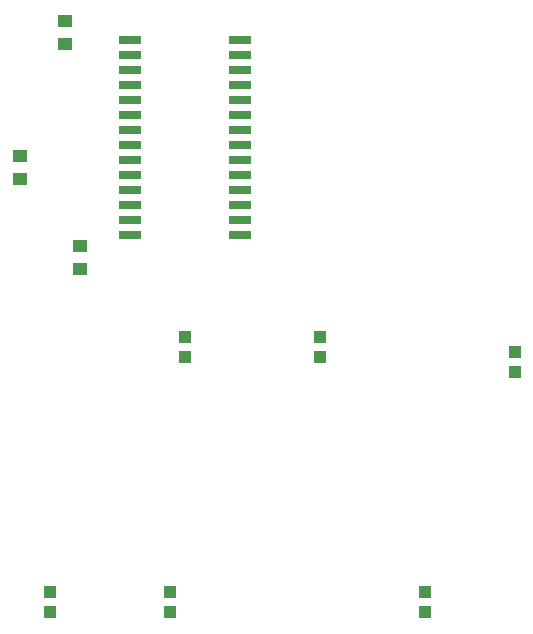
<source format=gtp>
G04 EAGLE Gerber RS-274X export*
G75*
%MOMM*%
%FSLAX34Y34*%
%LPD*%
%INSolderpaste Top*%
%IPPOS*%
%AMOC8*
5,1,8,0,0,1.08239X$1,22.5*%
G01*
%ADD10R,1.200000X1.000000*%
%ADD11R,1.890000X0.650000*%
%ADD12R,1.000000X1.100000*%


D10*
X381000Y599600D03*
X381000Y619600D03*
X393700Y429100D03*
X393700Y409100D03*
X342900Y505300D03*
X342900Y485300D03*
D11*
X435800Y603250D03*
X435800Y590550D03*
X435800Y577850D03*
X435800Y565150D03*
X435800Y552450D03*
X435800Y539750D03*
X435800Y527050D03*
X435800Y514350D03*
X435800Y501650D03*
X435800Y488950D03*
X435800Y476250D03*
X435800Y463550D03*
X435800Y450850D03*
X435800Y438150D03*
X529400Y438150D03*
X529400Y450850D03*
X529400Y463550D03*
X529400Y476250D03*
X529400Y488950D03*
X529400Y501650D03*
X529400Y514350D03*
X529400Y527050D03*
X529400Y539750D03*
X529400Y552450D03*
X529400Y565150D03*
X529400Y577850D03*
X529400Y590550D03*
X529400Y603250D03*
D12*
X482600Y351400D03*
X482600Y334400D03*
X469900Y135500D03*
X469900Y118500D03*
X762000Y338700D03*
X762000Y321700D03*
X596900Y351400D03*
X596900Y334400D03*
X368300Y135500D03*
X368300Y118500D03*
X685800Y135500D03*
X685800Y118500D03*
M02*

</source>
